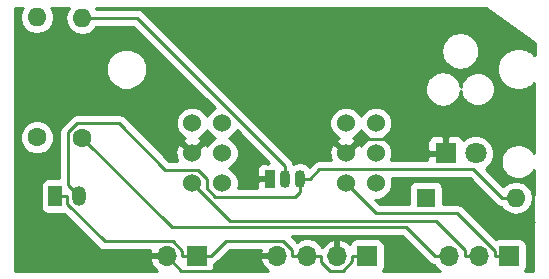
<source format=gtl>
G04 #@! TF.FileFunction,Copper,L1,Top,Signal*
%FSLAX46Y46*%
G04 Gerber Fmt 4.6, Leading zero omitted, Abs format (unit mm)*
G04 Created by KiCad (PCBNEW 4.0.7) date 12/06/17 15:50:57*
%MOMM*%
%LPD*%
G01*
G04 APERTURE LIST*
%ADD10C,0.127000*%
%ADD11R,1.800000X1.800000*%
%ADD12C,1.800000*%
%ADD13R,1.600000X1.600000*%
%ADD14O,1.600000X1.600000*%
%ADD15R,1.700000X1.700000*%
%ADD16O,1.700000X1.700000*%
%ADD17R,1.200000X1.700000*%
%ADD18O,1.200000X1.700000*%
%ADD19O,0.900000X1.500000*%
%ADD20R,0.900000X1.500000*%
%ADD21C,1.600000*%
%ADD22C,1.524000*%
%ADD23C,0.254000*%
G04 APERTURE END LIST*
D10*
D11*
X171018000Y-95478600D03*
D12*
X173558000Y-95478600D03*
D13*
X169342000Y-99237800D03*
D14*
X176962000Y-99237800D03*
D15*
X149936000Y-104165000D03*
D16*
X147396000Y-104165000D03*
D15*
X164363000Y-104165000D03*
D16*
X161823000Y-104165000D03*
X159283000Y-104165000D03*
X156743000Y-104165000D03*
D15*
X176403000Y-104165000D03*
D16*
X173863000Y-104165000D03*
X171323000Y-104165000D03*
D17*
X137973000Y-99098100D03*
D18*
X139973000Y-99098100D03*
D19*
X157404000Y-97637600D03*
X158674000Y-97637600D03*
D20*
X156134000Y-97637600D03*
D21*
X136423000Y-94107000D03*
D14*
X136423000Y-83947000D03*
D21*
X140259000Y-94157800D03*
D14*
X140259000Y-83997800D03*
D22*
X165125000Y-92913200D03*
X165125000Y-95453200D03*
X165125000Y-97993200D03*
X162585000Y-92913200D03*
X162585000Y-95453200D03*
X162585000Y-97993200D03*
X152095000Y-92913200D03*
X152095000Y-95453200D03*
X152095000Y-97993200D03*
X149555000Y-92913200D03*
X149555000Y-95453200D03*
X149555000Y-97993200D03*
D23*
X154280300Y-105396400D02*
X155511700Y-104165000D01*
X148627400Y-105396400D02*
X154280300Y-105396400D01*
X147396000Y-104165000D02*
X148627400Y-105396400D01*
X156743000Y-104165000D02*
X155511700Y-104165000D01*
X168520700Y-94262600D02*
X169736700Y-95478600D01*
X163775600Y-94262600D02*
X168520700Y-94262600D01*
X162585000Y-95453200D02*
X163775600Y-94262600D01*
X171018000Y-95478600D02*
X169736700Y-95478600D01*
X148704700Y-103703200D02*
X148704700Y-104165000D01*
X147935200Y-102933700D02*
X148704700Y-103703200D01*
X142145900Y-102933700D02*
X147935200Y-102933700D01*
X138954300Y-99742100D02*
X142145900Y-102933700D01*
X138954300Y-99098100D02*
X138954300Y-99742100D01*
X137973000Y-99098100D02*
X138954300Y-99098100D01*
X160514300Y-104675200D02*
X160514300Y-104165000D01*
X161241500Y-105402400D02*
X160514300Y-104675200D01*
X162356000Y-105402400D02*
X161241500Y-105402400D01*
X163131700Y-104626700D02*
X162356000Y-105402400D01*
X163131700Y-104165000D02*
X163131700Y-104626700D01*
X164363000Y-104165000D02*
X163131700Y-104165000D01*
X159283000Y-104165000D02*
X160514300Y-104165000D01*
X149320400Y-104165000D02*
X148704700Y-104165000D01*
X149320400Y-104165000D02*
X149936000Y-104165000D01*
X158051700Y-103654800D02*
X158051700Y-104165000D01*
X157286600Y-102889700D02*
X158051700Y-103654800D01*
X152442600Y-102889700D02*
X157286600Y-102889700D01*
X151167300Y-104165000D02*
X152442600Y-102889700D01*
X149936000Y-104165000D02*
X151167300Y-104165000D01*
X159283000Y-104165000D02*
X158051700Y-104165000D01*
X173376700Y-96833800D02*
X175780700Y-99237800D01*
X160309100Y-96833800D02*
X173376700Y-96833800D01*
X159505300Y-97637600D02*
X160309100Y-96833800D01*
X158674000Y-97637600D02*
X159505300Y-97637600D01*
X176962000Y-99237800D02*
X175780700Y-99237800D01*
X158305000Y-99137900D02*
X158674000Y-98768900D01*
X151536300Y-99137900D02*
X158305000Y-99137900D01*
X150825000Y-98426600D02*
X151536300Y-99137900D01*
X150825000Y-97646400D02*
X150825000Y-98426600D01*
X150028400Y-96849800D02*
X150825000Y-97646400D01*
X147306700Y-96849800D02*
X150028400Y-96849800D01*
X143394200Y-92937300D02*
X147306700Y-96849800D01*
X139805100Y-92937300D02*
X143394200Y-92937300D01*
X139061600Y-93680800D02*
X139805100Y-92937300D01*
X139061600Y-98186700D02*
X139061600Y-93680800D01*
X139973000Y-99098100D02*
X139061600Y-98186700D01*
X158674000Y-97637600D02*
X158674000Y-98768900D01*
X175171700Y-103703300D02*
X175171700Y-104165000D01*
X172003300Y-100534900D02*
X175171700Y-103703300D01*
X165126700Y-100534900D02*
X172003300Y-100534900D01*
X162585000Y-97993200D02*
X165126700Y-100534900D01*
X176403000Y-104165000D02*
X175171700Y-104165000D01*
X173863000Y-104165000D02*
X172631700Y-104165000D01*
X172631700Y-103654800D02*
X172631700Y-104165000D01*
X170221200Y-101244300D02*
X172631700Y-103654800D01*
X152806100Y-101244300D02*
X170221200Y-101244300D01*
X149555000Y-97993200D02*
X152806100Y-101244300D01*
X171323000Y-104165000D02*
X170091700Y-104165000D01*
X167679300Y-101752600D02*
X170091700Y-104165000D01*
X147853800Y-101752600D02*
X167679300Y-101752600D01*
X140259000Y-94157800D02*
X147853800Y-101752600D01*
X144895500Y-83997800D02*
X157404000Y-96506300D01*
X140259000Y-83997800D02*
X144895500Y-83997800D01*
X157404000Y-97637600D02*
X157404000Y-96506300D01*
G36*
X135097233Y-83369736D02*
X134988000Y-83918887D01*
X134988000Y-83975113D01*
X135097233Y-84524264D01*
X135408302Y-84989811D01*
X135873849Y-85300880D01*
X136423000Y-85410113D01*
X136972151Y-85300880D01*
X137437698Y-84989811D01*
X137748767Y-84524264D01*
X137858000Y-83975113D01*
X137858000Y-83918887D01*
X137748767Y-83369736D01*
X137594073Y-83138220D01*
X139121871Y-83138220D01*
X138933233Y-83420536D01*
X138824000Y-83969687D01*
X138824000Y-84025913D01*
X138933233Y-84575064D01*
X139244302Y-85040611D01*
X139709849Y-85351680D01*
X140259000Y-85460913D01*
X140808151Y-85351680D01*
X141273698Y-85040611D01*
X141461330Y-84759800D01*
X144579870Y-84759800D01*
X151477046Y-91656977D01*
X151304697Y-91728190D01*
X150911371Y-92120830D01*
X150825051Y-92328712D01*
X150740010Y-92122897D01*
X150347370Y-91729571D01*
X149834100Y-91516443D01*
X149278339Y-91515958D01*
X148764697Y-91728190D01*
X148371371Y-92120830D01*
X148158243Y-92634100D01*
X148157758Y-93189861D01*
X148369990Y-93703503D01*
X148762630Y-94096829D01*
X148954727Y-94176595D01*
X148823857Y-94230803D01*
X148754392Y-94472987D01*
X149555000Y-95273595D01*
X150355608Y-94472987D01*
X150286143Y-94230803D01*
X150145682Y-94180691D01*
X150345303Y-94098210D01*
X150738629Y-93705570D01*
X150824949Y-93497688D01*
X150909990Y-93703503D01*
X151302630Y-94096829D01*
X151510512Y-94183149D01*
X151304697Y-94268190D01*
X150911371Y-94660830D01*
X150831605Y-94852927D01*
X150777397Y-94722057D01*
X150535213Y-94652592D01*
X149734605Y-95453200D01*
X149748748Y-95467343D01*
X149569143Y-95646948D01*
X149555000Y-95632805D01*
X149540858Y-95646948D01*
X149361253Y-95467343D01*
X149375395Y-95453200D01*
X148574787Y-94652592D01*
X148332603Y-94722057D01*
X148145856Y-95245502D01*
X148173638Y-95800568D01*
X148292614Y-96087800D01*
X147622331Y-96087800D01*
X143933015Y-92398485D01*
X143933014Y-92398484D01*
X143685805Y-92233304D01*
X143394200Y-92175300D01*
X139805100Y-92175300D01*
X139513495Y-92233304D01*
X139414477Y-92299466D01*
X139266285Y-92398484D01*
X138522785Y-93141985D01*
X138357604Y-93389195D01*
X138299600Y-93680800D01*
X138299600Y-97600660D01*
X137373000Y-97600660D01*
X137137683Y-97644938D01*
X136921559Y-97784010D01*
X136776569Y-97996210D01*
X136725560Y-98248100D01*
X136725560Y-99948100D01*
X136769838Y-100183417D01*
X136908910Y-100399541D01*
X137121110Y-100544531D01*
X137373000Y-100595540D01*
X138573000Y-100595540D01*
X138705229Y-100570659D01*
X141607085Y-103472515D01*
X141854295Y-103637696D01*
X142145900Y-103695700D01*
X146007304Y-103695700D01*
X145954514Y-103808108D01*
X146075181Y-104038000D01*
X147269000Y-104038000D01*
X147269000Y-104018000D01*
X147523000Y-104018000D01*
X147523000Y-104038000D01*
X147543000Y-104038000D01*
X147543000Y-104292000D01*
X147523000Y-104292000D01*
X147523000Y-104312000D01*
X147269000Y-104312000D01*
X147269000Y-104292000D01*
X146075181Y-104292000D01*
X145954514Y-104521892D01*
X146200817Y-105046358D01*
X146613775Y-105422701D01*
X134530099Y-105422701D01*
X134530099Y-94391187D01*
X134987752Y-94391187D01*
X135205757Y-94918800D01*
X135609077Y-95322824D01*
X136136309Y-95541750D01*
X136707187Y-95542248D01*
X137234800Y-95324243D01*
X137638824Y-94920923D01*
X137857750Y-94393691D01*
X137858248Y-93822813D01*
X137640243Y-93295200D01*
X137236923Y-92891176D01*
X136709691Y-92672250D01*
X136138813Y-92671752D01*
X135611200Y-92889757D01*
X135207176Y-93293077D01*
X134988250Y-93820309D01*
X134987752Y-94391187D01*
X134530099Y-94391187D01*
X134530099Y-88684799D01*
X142257699Y-88684799D01*
X142521281Y-89322715D01*
X143008918Y-89811204D01*
X143646373Y-90075899D01*
X144336599Y-90076501D01*
X144974515Y-89812919D01*
X145463004Y-89325282D01*
X145727699Y-88687827D01*
X145728301Y-87997601D01*
X145464719Y-87359685D01*
X144977082Y-86871196D01*
X144339627Y-86606501D01*
X143649401Y-86605899D01*
X143011485Y-86869481D01*
X142522996Y-87357118D01*
X142258301Y-87994573D01*
X142257699Y-88684799D01*
X134530099Y-88684799D01*
X134530099Y-83138220D01*
X135251927Y-83138220D01*
X135097233Y-83369736D01*
X135097233Y-83369736D01*
G37*
X135097233Y-83369736D02*
X134988000Y-83918887D01*
X134988000Y-83975113D01*
X135097233Y-84524264D01*
X135408302Y-84989811D01*
X135873849Y-85300880D01*
X136423000Y-85410113D01*
X136972151Y-85300880D01*
X137437698Y-84989811D01*
X137748767Y-84524264D01*
X137858000Y-83975113D01*
X137858000Y-83918887D01*
X137748767Y-83369736D01*
X137594073Y-83138220D01*
X139121871Y-83138220D01*
X138933233Y-83420536D01*
X138824000Y-83969687D01*
X138824000Y-84025913D01*
X138933233Y-84575064D01*
X139244302Y-85040611D01*
X139709849Y-85351680D01*
X140259000Y-85460913D01*
X140808151Y-85351680D01*
X141273698Y-85040611D01*
X141461330Y-84759800D01*
X144579870Y-84759800D01*
X151477046Y-91656977D01*
X151304697Y-91728190D01*
X150911371Y-92120830D01*
X150825051Y-92328712D01*
X150740010Y-92122897D01*
X150347370Y-91729571D01*
X149834100Y-91516443D01*
X149278339Y-91515958D01*
X148764697Y-91728190D01*
X148371371Y-92120830D01*
X148158243Y-92634100D01*
X148157758Y-93189861D01*
X148369990Y-93703503D01*
X148762630Y-94096829D01*
X148954727Y-94176595D01*
X148823857Y-94230803D01*
X148754392Y-94472987D01*
X149555000Y-95273595D01*
X150355608Y-94472987D01*
X150286143Y-94230803D01*
X150145682Y-94180691D01*
X150345303Y-94098210D01*
X150738629Y-93705570D01*
X150824949Y-93497688D01*
X150909990Y-93703503D01*
X151302630Y-94096829D01*
X151510512Y-94183149D01*
X151304697Y-94268190D01*
X150911371Y-94660830D01*
X150831605Y-94852927D01*
X150777397Y-94722057D01*
X150535213Y-94652592D01*
X149734605Y-95453200D01*
X149748748Y-95467343D01*
X149569143Y-95646948D01*
X149555000Y-95632805D01*
X149540858Y-95646948D01*
X149361253Y-95467343D01*
X149375395Y-95453200D01*
X148574787Y-94652592D01*
X148332603Y-94722057D01*
X148145856Y-95245502D01*
X148173638Y-95800568D01*
X148292614Y-96087800D01*
X147622331Y-96087800D01*
X143933015Y-92398485D01*
X143933014Y-92398484D01*
X143685805Y-92233304D01*
X143394200Y-92175300D01*
X139805100Y-92175300D01*
X139513495Y-92233304D01*
X139414477Y-92299466D01*
X139266285Y-92398484D01*
X138522785Y-93141985D01*
X138357604Y-93389195D01*
X138299600Y-93680800D01*
X138299600Y-97600660D01*
X137373000Y-97600660D01*
X137137683Y-97644938D01*
X136921559Y-97784010D01*
X136776569Y-97996210D01*
X136725560Y-98248100D01*
X136725560Y-99948100D01*
X136769838Y-100183417D01*
X136908910Y-100399541D01*
X137121110Y-100544531D01*
X137373000Y-100595540D01*
X138573000Y-100595540D01*
X138705229Y-100570659D01*
X141607085Y-103472515D01*
X141854295Y-103637696D01*
X142145900Y-103695700D01*
X146007304Y-103695700D01*
X145954514Y-103808108D01*
X146075181Y-104038000D01*
X147269000Y-104038000D01*
X147269000Y-104018000D01*
X147523000Y-104018000D01*
X147523000Y-104038000D01*
X147543000Y-104038000D01*
X147543000Y-104292000D01*
X147523000Y-104292000D01*
X147523000Y-104312000D01*
X147269000Y-104312000D01*
X147269000Y-104292000D01*
X146075181Y-104292000D01*
X145954514Y-104521892D01*
X146200817Y-105046358D01*
X146613775Y-105422701D01*
X134530099Y-105422701D01*
X134530099Y-94391187D01*
X134987752Y-94391187D01*
X135205757Y-94918800D01*
X135609077Y-95322824D01*
X136136309Y-95541750D01*
X136707187Y-95542248D01*
X137234800Y-95324243D01*
X137638824Y-94920923D01*
X137857750Y-94393691D01*
X137858248Y-93822813D01*
X137640243Y-93295200D01*
X137236923Y-92891176D01*
X136709691Y-92672250D01*
X136138813Y-92671752D01*
X135611200Y-92889757D01*
X135207176Y-93293077D01*
X134988250Y-93820309D01*
X134987752Y-94391187D01*
X134530099Y-94391187D01*
X134530099Y-88684799D01*
X142257699Y-88684799D01*
X142521281Y-89322715D01*
X143008918Y-89811204D01*
X143646373Y-90075899D01*
X144336599Y-90076501D01*
X144974515Y-89812919D01*
X145463004Y-89325282D01*
X145727699Y-88687827D01*
X145728301Y-87997601D01*
X145464719Y-87359685D01*
X144977082Y-86871196D01*
X144339627Y-86606501D01*
X143649401Y-86605899D01*
X143011485Y-86869481D01*
X142522996Y-87357118D01*
X142258301Y-87994573D01*
X142257699Y-88684799D01*
X134530099Y-88684799D01*
X134530099Y-83138220D01*
X135251927Y-83138220D01*
X135097233Y-83369736D01*
G36*
X178562626Y-86159794D02*
X178556083Y-87174901D01*
X178529214Y-87139588D01*
X178460765Y-87079066D01*
X178400803Y-87010129D01*
X178173698Y-86834393D01*
X178091918Y-86793649D01*
X178016153Y-86742578D01*
X177751304Y-86631610D01*
X177661761Y-86613420D01*
X177575363Y-86583700D01*
X177290816Y-86545062D01*
X177273331Y-86546137D01*
X177265416Y-86545062D01*
X177187712Y-86549838D01*
X177108474Y-86544321D01*
X177099504Y-86545465D01*
X177083074Y-86544321D01*
X176798224Y-86580645D01*
X176711585Y-86609663D01*
X176621903Y-86627123D01*
X176356159Y-86735934D01*
X176279985Y-86786385D01*
X176197873Y-86826464D01*
X175969347Y-87000347D01*
X175908824Y-87068797D01*
X175839887Y-87128759D01*
X175664152Y-87355864D01*
X175623408Y-87437645D01*
X175572338Y-87513408D01*
X175461370Y-87778257D01*
X175443181Y-87867795D01*
X175413460Y-87954195D01*
X175374821Y-88238741D01*
X175380426Y-88329940D01*
X175374080Y-88421086D01*
X175410404Y-88705937D01*
X175439422Y-88792578D01*
X175456882Y-88882258D01*
X175565693Y-89148002D01*
X175616144Y-89224177D01*
X175656223Y-89306288D01*
X175830106Y-89534814D01*
X175898555Y-89595336D01*
X175958518Y-89664274D01*
X176185624Y-89840010D01*
X176267404Y-89880753D01*
X176343166Y-89931823D01*
X176608016Y-90042791D01*
X176697554Y-90060980D01*
X176783954Y-90090701D01*
X177068500Y-90129340D01*
X177085986Y-90128265D01*
X177093900Y-90129340D01*
X177171607Y-90124564D01*
X177250845Y-90130081D01*
X177259816Y-90128937D01*
X177276245Y-90130081D01*
X177561096Y-90093757D01*
X177647737Y-90064739D01*
X177737417Y-90047279D01*
X178003161Y-89938468D01*
X178079336Y-89888017D01*
X178161447Y-89847938D01*
X178389973Y-89674055D01*
X178450495Y-89605606D01*
X178519433Y-89545643D01*
X178540983Y-89517794D01*
X178502674Y-95461586D01*
X178479749Y-95427277D01*
X178439338Y-95345332D01*
X178312203Y-95179646D01*
X178243508Y-95119402D01*
X178183266Y-95050709D01*
X178017581Y-94923573D01*
X177935629Y-94883159D01*
X177859663Y-94832400D01*
X177666718Y-94752480D01*
X177577106Y-94734655D01*
X177490587Y-94705286D01*
X177283532Y-94678027D01*
X177266574Y-94679138D01*
X177258132Y-94678027D01*
X177179660Y-94683170D01*
X177101189Y-94678027D01*
X177092747Y-94679138D01*
X177075789Y-94678027D01*
X176868733Y-94705286D01*
X176782214Y-94734655D01*
X176692602Y-94752480D01*
X176499657Y-94832400D01*
X176423689Y-94883160D01*
X176341741Y-94923572D01*
X176176055Y-95050707D01*
X176115809Y-95119404D01*
X176047115Y-95179648D01*
X175919981Y-95345334D01*
X175879572Y-95427276D01*
X175828811Y-95503245D01*
X175748890Y-95696190D01*
X175731064Y-95785805D01*
X175701695Y-95872324D01*
X175674436Y-96079379D01*
X175680412Y-96170551D01*
X175674436Y-96261723D01*
X175701695Y-96468778D01*
X175731064Y-96555297D01*
X175748890Y-96644912D01*
X175828811Y-96837857D01*
X175879572Y-96913826D01*
X175919982Y-96995770D01*
X176047116Y-97161455D01*
X176115812Y-97221700D01*
X176176055Y-97290394D01*
X176341741Y-97417529D01*
X176423689Y-97457941D01*
X176499657Y-97508701D01*
X176692602Y-97588621D01*
X176782209Y-97606445D01*
X176868730Y-97635815D01*
X177075785Y-97663075D01*
X177092743Y-97661964D01*
X177101185Y-97663075D01*
X177179660Y-97657932D01*
X177258135Y-97663075D01*
X177266577Y-97661964D01*
X177283535Y-97663075D01*
X177490590Y-97635815D01*
X177577111Y-97606445D01*
X177666718Y-97588621D01*
X177859663Y-97508701D01*
X177935629Y-97457942D01*
X178017581Y-97417528D01*
X178183266Y-97290392D01*
X178243506Y-97221701D01*
X178312202Y-97161457D01*
X178439337Y-96995771D01*
X178479748Y-96913826D01*
X178493446Y-96893326D01*
X178464936Y-101316698D01*
X178465369Y-101318949D01*
X178464921Y-101321200D01*
X178464921Y-105422701D01*
X177742970Y-105422701D01*
X177849431Y-105266890D01*
X177900440Y-105015000D01*
X177900440Y-103315000D01*
X177856162Y-103079683D01*
X177717090Y-102863559D01*
X177504890Y-102718569D01*
X177253000Y-102667560D01*
X175553000Y-102667560D01*
X175317683Y-102711838D01*
X175281288Y-102735257D01*
X172542115Y-99996085D01*
X172294905Y-99830904D01*
X172003300Y-99772900D01*
X170789440Y-99772900D01*
X170789440Y-98437800D01*
X170745162Y-98202483D01*
X170606090Y-97986359D01*
X170393890Y-97841369D01*
X170142000Y-97790360D01*
X168542000Y-97790360D01*
X168306683Y-97834638D01*
X168090559Y-97973710D01*
X167945569Y-98185910D01*
X167894560Y-98437800D01*
X167894560Y-99772900D01*
X165442331Y-99772900D01*
X165059574Y-99390143D01*
X165401661Y-99390442D01*
X165915303Y-99178210D01*
X166308629Y-98785570D01*
X166521757Y-98272300D01*
X166522242Y-97716539D01*
X166472354Y-97595800D01*
X173061070Y-97595800D01*
X175241884Y-99776615D01*
X175426392Y-99899899D01*
X175489095Y-99941796D01*
X175745688Y-99992836D01*
X175919189Y-100252498D01*
X176384736Y-100563567D01*
X176933887Y-100672800D01*
X176990113Y-100672800D01*
X177539264Y-100563567D01*
X178004811Y-100252498D01*
X178315880Y-99786951D01*
X178425113Y-99237800D01*
X178315880Y-98688649D01*
X178004811Y-98223102D01*
X177539264Y-97912033D01*
X176990113Y-97802800D01*
X176933887Y-97802800D01*
X176384736Y-97912033D01*
X175919189Y-98223102D01*
X175888925Y-98268395D01*
X174408558Y-96788028D01*
X174426371Y-96780668D01*
X174858551Y-96349243D01*
X175092733Y-95785270D01*
X175093265Y-95174609D01*
X174860068Y-94610229D01*
X174428643Y-94178049D01*
X173864670Y-93943867D01*
X173254009Y-93943335D01*
X172689629Y-94176532D01*
X172512159Y-94353692D01*
X172456327Y-94218901D01*
X172277698Y-94040273D01*
X172044309Y-93943600D01*
X171303750Y-93943600D01*
X171145000Y-94102350D01*
X171145000Y-95351600D01*
X171165000Y-95351600D01*
X171165000Y-95605600D01*
X171145000Y-95605600D01*
X171145000Y-95625600D01*
X170891000Y-95625600D01*
X170891000Y-95605600D01*
X169641750Y-95605600D01*
X169483000Y-95764350D01*
X169483000Y-96071800D01*
X166380784Y-96071800D01*
X166521757Y-95732300D01*
X166522242Y-95176539D01*
X166310010Y-94662897D01*
X166099771Y-94452290D01*
X169483000Y-94452290D01*
X169483000Y-95192850D01*
X169641750Y-95351600D01*
X170891000Y-95351600D01*
X170891000Y-94102350D01*
X170732250Y-93943600D01*
X169991691Y-93943600D01*
X169758302Y-94040273D01*
X169579673Y-94218901D01*
X169483000Y-94452290D01*
X166099771Y-94452290D01*
X165917370Y-94269571D01*
X165709488Y-94183251D01*
X165915303Y-94098210D01*
X166308629Y-93705570D01*
X166521757Y-93192300D01*
X166522242Y-92636539D01*
X166310010Y-92122897D01*
X165917370Y-91729571D01*
X165404100Y-91516443D01*
X164848339Y-91515958D01*
X164334697Y-91728190D01*
X163941371Y-92120830D01*
X163855051Y-92328712D01*
X163770010Y-92122897D01*
X163377370Y-91729571D01*
X162864100Y-91516443D01*
X162308339Y-91515958D01*
X161794697Y-91728190D01*
X161401371Y-92120830D01*
X161188243Y-92634100D01*
X161187758Y-93189861D01*
X161399990Y-93703503D01*
X161792630Y-94096829D01*
X161984727Y-94176595D01*
X161853857Y-94230803D01*
X161784392Y-94472987D01*
X162585000Y-95273595D01*
X163385608Y-94472987D01*
X163316143Y-94230803D01*
X163175682Y-94180691D01*
X163375303Y-94098210D01*
X163768629Y-93705570D01*
X163854949Y-93497688D01*
X163939990Y-93703503D01*
X164332630Y-94096829D01*
X164540512Y-94183149D01*
X164334697Y-94268190D01*
X163941371Y-94660830D01*
X163861605Y-94852927D01*
X163807397Y-94722057D01*
X163565213Y-94652592D01*
X162764605Y-95453200D01*
X162778748Y-95467343D01*
X162599143Y-95646948D01*
X162585000Y-95632805D01*
X162570858Y-95646948D01*
X162391253Y-95467343D01*
X162405395Y-95453200D01*
X161604787Y-94652592D01*
X161362603Y-94722057D01*
X161175856Y-95245502D01*
X161203638Y-95800568D01*
X161315986Y-96071800D01*
X160309100Y-96071800D01*
X160017495Y-96129804D01*
X159818404Y-96262833D01*
X159770285Y-96294985D01*
X159473577Y-96591693D01*
X159441211Y-96543255D01*
X159089212Y-96308057D01*
X158674000Y-96225466D01*
X158258788Y-96308057D01*
X158142079Y-96386040D01*
X158107996Y-96214695D01*
X158083495Y-96178027D01*
X157942815Y-95967484D01*
X151920313Y-89944982D01*
X169284338Y-89944982D01*
X169290739Y-90036124D01*
X169285189Y-90127325D01*
X169313415Y-90334250D01*
X169343188Y-90420630D01*
X169361431Y-90510159D01*
X169442251Y-90702728D01*
X169493367Y-90778460D01*
X169534160Y-90860216D01*
X169662067Y-91025307D01*
X169731045Y-91085231D01*
X169791605Y-91153640D01*
X169957882Y-91280000D01*
X170040017Y-91320029D01*
X170116221Y-91370434D01*
X170309536Y-91449453D01*
X170399233Y-91466860D01*
X170485889Y-91495825D01*
X170693069Y-91522118D01*
X170709420Y-91520970D01*
X170718469Y-91522118D01*
X170797825Y-91516544D01*
X170875412Y-91521266D01*
X170883248Y-91520197D01*
X170900812Y-91521266D01*
X171107737Y-91493040D01*
X171194119Y-91463267D01*
X171283645Y-91445024D01*
X171476215Y-91364204D01*
X171551946Y-91313089D01*
X171633704Y-91272295D01*
X171798795Y-91144388D01*
X171858719Y-91075410D01*
X171927128Y-91014850D01*
X172053488Y-90848573D01*
X172093516Y-90766441D01*
X172143924Y-90690231D01*
X172222942Y-90496915D01*
X172240349Y-90407217D01*
X172269312Y-90320566D01*
X172287150Y-90180011D01*
X172300768Y-90283453D01*
X172300752Y-90301787D01*
X172304318Y-90310417D01*
X172305160Y-90316814D01*
X172334529Y-90403334D01*
X172352355Y-90492949D01*
X172428186Y-90676020D01*
X172478946Y-90751988D01*
X172519357Y-90833933D01*
X172639986Y-90991140D01*
X172708681Y-91051384D01*
X172768925Y-91120079D01*
X172926132Y-91240708D01*
X173008077Y-91281119D01*
X173084045Y-91331879D01*
X173267116Y-91407710D01*
X173356732Y-91425536D01*
X173443251Y-91454905D01*
X173639709Y-91480769D01*
X173656667Y-91479658D01*
X173665109Y-91480769D01*
X173743581Y-91475626D01*
X173822052Y-91480769D01*
X173830494Y-91479658D01*
X173847452Y-91480769D01*
X174043912Y-91454905D01*
X174130432Y-91425536D01*
X174220047Y-91407710D01*
X174403118Y-91331879D01*
X174479088Y-91281117D01*
X174561033Y-91240706D01*
X174718239Y-91120077D01*
X174778481Y-91051384D01*
X174847176Y-90991140D01*
X174967805Y-90833933D01*
X175008216Y-90751988D01*
X175058976Y-90676020D01*
X175134807Y-90492949D01*
X175152633Y-90403333D01*
X175182002Y-90316814D01*
X175207866Y-90120356D01*
X175201890Y-90029184D01*
X175207866Y-89938013D01*
X175182002Y-89741553D01*
X175152633Y-89655033D01*
X175134807Y-89565418D01*
X175058976Y-89382347D01*
X175008214Y-89306377D01*
X174967803Y-89224432D01*
X174847174Y-89067226D01*
X174778481Y-89006984D01*
X174718239Y-88938291D01*
X174581324Y-88833232D01*
X174549923Y-88801776D01*
X174459763Y-88764338D01*
X174403118Y-88726489D01*
X174220047Y-88650658D01*
X174154675Y-88637654D01*
X174022691Y-88582850D01*
X173886435Y-88582731D01*
X173847452Y-88577599D01*
X173830494Y-88578710D01*
X173822052Y-88577599D01*
X173745625Y-88582608D01*
X173741481Y-88582605D01*
X173665109Y-88577599D01*
X173656667Y-88578710D01*
X173639709Y-88577599D01*
X173602607Y-88582484D01*
X173451813Y-88582352D01*
X173304494Y-88643223D01*
X173267116Y-88650658D01*
X173084045Y-88726489D01*
X173053371Y-88746985D01*
X172924200Y-88800357D01*
X172842854Y-88881562D01*
X172768925Y-88938289D01*
X172708681Y-89006984D01*
X172639988Y-89067226D01*
X172584742Y-89139223D01*
X172520176Y-89203677D01*
X172475206Y-89311977D01*
X172428186Y-89382347D01*
X172352355Y-89565418D01*
X172336159Y-89646838D01*
X172301250Y-89730909D01*
X172301215Y-89771522D01*
X172287354Y-89876804D01*
X172266528Y-89724121D01*
X172236755Y-89637739D01*
X172218511Y-89548208D01*
X172137690Y-89355637D01*
X172086574Y-89279905D01*
X172045782Y-89198151D01*
X171917875Y-89033061D01*
X171848904Y-88973142D01*
X171788338Y-88904727D01*
X171622060Y-88778367D01*
X171539930Y-88738340D01*
X171463719Y-88687931D01*
X171270402Y-88608913D01*
X171180706Y-88591507D01*
X171094054Y-88562543D01*
X170886873Y-88536251D01*
X170870522Y-88537399D01*
X170861473Y-88536251D01*
X170782122Y-88541824D01*
X170704534Y-88537102D01*
X170696698Y-88538171D01*
X170679134Y-88537102D01*
X170472208Y-88565327D01*
X170385826Y-88595100D01*
X170296293Y-88613344D01*
X170103724Y-88694165D01*
X170027992Y-88745281D01*
X169946239Y-88786073D01*
X169781149Y-88913980D01*
X169721230Y-88982951D01*
X169652815Y-89043517D01*
X169526455Y-89209795D01*
X169486427Y-89291927D01*
X169436020Y-89368134D01*
X169357002Y-89561450D01*
X169339596Y-89651144D01*
X169310630Y-89737801D01*
X169284338Y-89944982D01*
X151920313Y-89944982D01*
X148707188Y-86731857D01*
X170655046Y-86731857D01*
X170662060Y-86822955D01*
X170657122Y-86914186D01*
X170690438Y-87146759D01*
X170720792Y-87232943D01*
X170739636Y-87322345D01*
X170832011Y-87538370D01*
X170883632Y-87613753D01*
X170924974Y-87695235D01*
X171070113Y-87879991D01*
X171139492Y-87939452D01*
X171200513Y-88007455D01*
X171388526Y-88148349D01*
X171470925Y-88187824D01*
X171547466Y-88237716D01*
X171765538Y-88325150D01*
X171855347Y-88341954D01*
X171942197Y-88370337D01*
X172175468Y-88398350D01*
X172190946Y-88397158D01*
X172200868Y-88398350D01*
X172281484Y-88392144D01*
X172357803Y-88396274D01*
X172364767Y-88395276D01*
X172383203Y-88396274D01*
X172615775Y-88362957D01*
X172701953Y-88332605D01*
X172791359Y-88313760D01*
X173007384Y-88221385D01*
X173082770Y-88169763D01*
X173164249Y-88128422D01*
X173349005Y-87983283D01*
X173408466Y-87913904D01*
X173476466Y-87852886D01*
X173617362Y-87664874D01*
X173656837Y-87582475D01*
X173706733Y-87505928D01*
X173794166Y-87287854D01*
X173810969Y-87198045D01*
X173839351Y-87111199D01*
X173867364Y-86877928D01*
X173860351Y-86786827D01*
X173865288Y-86695593D01*
X173831971Y-86463020D01*
X173801620Y-86376845D01*
X173782776Y-86287440D01*
X173690401Y-86071415D01*
X173638775Y-85996022D01*
X173597435Y-85914546D01*
X173452295Y-85729789D01*
X173382917Y-85670330D01*
X173321898Y-85602329D01*
X173133886Y-85461433D01*
X173051486Y-85421958D01*
X172974944Y-85372065D01*
X172756871Y-85284631D01*
X172667060Y-85267827D01*
X172580213Y-85239445D01*
X172346942Y-85211432D01*
X172331464Y-85212624D01*
X172321542Y-85211432D01*
X172240926Y-85217638D01*
X172164607Y-85213508D01*
X172157643Y-85214506D01*
X172139207Y-85213508D01*
X171906634Y-85246825D01*
X171820455Y-85277178D01*
X171731051Y-85296022D01*
X171515026Y-85388398D01*
X171439644Y-85440017D01*
X171358161Y-85481360D01*
X171173405Y-85626499D01*
X171113944Y-85695879D01*
X171045941Y-85756900D01*
X170905046Y-85944912D01*
X170865570Y-86027314D01*
X170815680Y-86103852D01*
X170728246Y-86321924D01*
X170711442Y-86411732D01*
X170683058Y-86498586D01*
X170655046Y-86731857D01*
X148707188Y-86731857D01*
X145434315Y-83458985D01*
X145376772Y-83420536D01*
X145187105Y-83293804D01*
X144895500Y-83235800D01*
X141461330Y-83235800D01*
X141396129Y-83138220D01*
X174412655Y-83138220D01*
X178562626Y-86159794D01*
X178562626Y-86159794D01*
G37*
X178562626Y-86159794D02*
X178556083Y-87174901D01*
X178529214Y-87139588D01*
X178460765Y-87079066D01*
X178400803Y-87010129D01*
X178173698Y-86834393D01*
X178091918Y-86793649D01*
X178016153Y-86742578D01*
X177751304Y-86631610D01*
X177661761Y-86613420D01*
X177575363Y-86583700D01*
X177290816Y-86545062D01*
X177273331Y-86546137D01*
X177265416Y-86545062D01*
X177187712Y-86549838D01*
X177108474Y-86544321D01*
X177099504Y-86545465D01*
X177083074Y-86544321D01*
X176798224Y-86580645D01*
X176711585Y-86609663D01*
X176621903Y-86627123D01*
X176356159Y-86735934D01*
X176279985Y-86786385D01*
X176197873Y-86826464D01*
X175969347Y-87000347D01*
X175908824Y-87068797D01*
X175839887Y-87128759D01*
X175664152Y-87355864D01*
X175623408Y-87437645D01*
X175572338Y-87513408D01*
X175461370Y-87778257D01*
X175443181Y-87867795D01*
X175413460Y-87954195D01*
X175374821Y-88238741D01*
X175380426Y-88329940D01*
X175374080Y-88421086D01*
X175410404Y-88705937D01*
X175439422Y-88792578D01*
X175456882Y-88882258D01*
X175565693Y-89148002D01*
X175616144Y-89224177D01*
X175656223Y-89306288D01*
X175830106Y-89534814D01*
X175898555Y-89595336D01*
X175958518Y-89664274D01*
X176185624Y-89840010D01*
X176267404Y-89880753D01*
X176343166Y-89931823D01*
X176608016Y-90042791D01*
X176697554Y-90060980D01*
X176783954Y-90090701D01*
X177068500Y-90129340D01*
X177085986Y-90128265D01*
X177093900Y-90129340D01*
X177171607Y-90124564D01*
X177250845Y-90130081D01*
X177259816Y-90128937D01*
X177276245Y-90130081D01*
X177561096Y-90093757D01*
X177647737Y-90064739D01*
X177737417Y-90047279D01*
X178003161Y-89938468D01*
X178079336Y-89888017D01*
X178161447Y-89847938D01*
X178389973Y-89674055D01*
X178450495Y-89605606D01*
X178519433Y-89545643D01*
X178540983Y-89517794D01*
X178502674Y-95461586D01*
X178479749Y-95427277D01*
X178439338Y-95345332D01*
X178312203Y-95179646D01*
X178243508Y-95119402D01*
X178183266Y-95050709D01*
X178017581Y-94923573D01*
X177935629Y-94883159D01*
X177859663Y-94832400D01*
X177666718Y-94752480D01*
X177577106Y-94734655D01*
X177490587Y-94705286D01*
X177283532Y-94678027D01*
X177266574Y-94679138D01*
X177258132Y-94678027D01*
X177179660Y-94683170D01*
X177101189Y-94678027D01*
X177092747Y-94679138D01*
X177075789Y-94678027D01*
X176868733Y-94705286D01*
X176782214Y-94734655D01*
X176692602Y-94752480D01*
X176499657Y-94832400D01*
X176423689Y-94883160D01*
X176341741Y-94923572D01*
X176176055Y-95050707D01*
X176115809Y-95119404D01*
X176047115Y-95179648D01*
X175919981Y-95345334D01*
X175879572Y-95427276D01*
X175828811Y-95503245D01*
X175748890Y-95696190D01*
X175731064Y-95785805D01*
X175701695Y-95872324D01*
X175674436Y-96079379D01*
X175680412Y-96170551D01*
X175674436Y-96261723D01*
X175701695Y-96468778D01*
X175731064Y-96555297D01*
X175748890Y-96644912D01*
X175828811Y-96837857D01*
X175879572Y-96913826D01*
X175919982Y-96995770D01*
X176047116Y-97161455D01*
X176115812Y-97221700D01*
X176176055Y-97290394D01*
X176341741Y-97417529D01*
X176423689Y-97457941D01*
X176499657Y-97508701D01*
X176692602Y-97588621D01*
X176782209Y-97606445D01*
X176868730Y-97635815D01*
X177075785Y-97663075D01*
X177092743Y-97661964D01*
X177101185Y-97663075D01*
X177179660Y-97657932D01*
X177258135Y-97663075D01*
X177266577Y-97661964D01*
X177283535Y-97663075D01*
X177490590Y-97635815D01*
X177577111Y-97606445D01*
X177666718Y-97588621D01*
X177859663Y-97508701D01*
X177935629Y-97457942D01*
X178017581Y-97417528D01*
X178183266Y-97290392D01*
X178243506Y-97221701D01*
X178312202Y-97161457D01*
X178439337Y-96995771D01*
X178479748Y-96913826D01*
X178493446Y-96893326D01*
X178464936Y-101316698D01*
X178465369Y-101318949D01*
X178464921Y-101321200D01*
X178464921Y-105422701D01*
X177742970Y-105422701D01*
X177849431Y-105266890D01*
X177900440Y-105015000D01*
X177900440Y-103315000D01*
X177856162Y-103079683D01*
X177717090Y-102863559D01*
X177504890Y-102718569D01*
X177253000Y-102667560D01*
X175553000Y-102667560D01*
X175317683Y-102711838D01*
X175281288Y-102735257D01*
X172542115Y-99996085D01*
X172294905Y-99830904D01*
X172003300Y-99772900D01*
X170789440Y-99772900D01*
X170789440Y-98437800D01*
X170745162Y-98202483D01*
X170606090Y-97986359D01*
X170393890Y-97841369D01*
X170142000Y-97790360D01*
X168542000Y-97790360D01*
X168306683Y-97834638D01*
X168090559Y-97973710D01*
X167945569Y-98185910D01*
X167894560Y-98437800D01*
X167894560Y-99772900D01*
X165442331Y-99772900D01*
X165059574Y-99390143D01*
X165401661Y-99390442D01*
X165915303Y-99178210D01*
X166308629Y-98785570D01*
X166521757Y-98272300D01*
X166522242Y-97716539D01*
X166472354Y-97595800D01*
X173061070Y-97595800D01*
X175241884Y-99776615D01*
X175426392Y-99899899D01*
X175489095Y-99941796D01*
X175745688Y-99992836D01*
X175919189Y-100252498D01*
X176384736Y-100563567D01*
X176933887Y-100672800D01*
X176990113Y-100672800D01*
X177539264Y-100563567D01*
X178004811Y-100252498D01*
X178315880Y-99786951D01*
X178425113Y-99237800D01*
X178315880Y-98688649D01*
X178004811Y-98223102D01*
X177539264Y-97912033D01*
X176990113Y-97802800D01*
X176933887Y-97802800D01*
X176384736Y-97912033D01*
X175919189Y-98223102D01*
X175888925Y-98268395D01*
X174408558Y-96788028D01*
X174426371Y-96780668D01*
X174858551Y-96349243D01*
X175092733Y-95785270D01*
X175093265Y-95174609D01*
X174860068Y-94610229D01*
X174428643Y-94178049D01*
X173864670Y-93943867D01*
X173254009Y-93943335D01*
X172689629Y-94176532D01*
X172512159Y-94353692D01*
X172456327Y-94218901D01*
X172277698Y-94040273D01*
X172044309Y-93943600D01*
X171303750Y-93943600D01*
X171145000Y-94102350D01*
X171145000Y-95351600D01*
X171165000Y-95351600D01*
X171165000Y-95605600D01*
X171145000Y-95605600D01*
X171145000Y-95625600D01*
X170891000Y-95625600D01*
X170891000Y-95605600D01*
X169641750Y-95605600D01*
X169483000Y-95764350D01*
X169483000Y-96071800D01*
X166380784Y-96071800D01*
X166521757Y-95732300D01*
X166522242Y-95176539D01*
X166310010Y-94662897D01*
X166099771Y-94452290D01*
X169483000Y-94452290D01*
X169483000Y-95192850D01*
X169641750Y-95351600D01*
X170891000Y-95351600D01*
X170891000Y-94102350D01*
X170732250Y-93943600D01*
X169991691Y-93943600D01*
X169758302Y-94040273D01*
X169579673Y-94218901D01*
X169483000Y-94452290D01*
X166099771Y-94452290D01*
X165917370Y-94269571D01*
X165709488Y-94183251D01*
X165915303Y-94098210D01*
X166308629Y-93705570D01*
X166521757Y-93192300D01*
X166522242Y-92636539D01*
X166310010Y-92122897D01*
X165917370Y-91729571D01*
X165404100Y-91516443D01*
X164848339Y-91515958D01*
X164334697Y-91728190D01*
X163941371Y-92120830D01*
X163855051Y-92328712D01*
X163770010Y-92122897D01*
X163377370Y-91729571D01*
X162864100Y-91516443D01*
X162308339Y-91515958D01*
X161794697Y-91728190D01*
X161401371Y-92120830D01*
X161188243Y-92634100D01*
X161187758Y-93189861D01*
X161399990Y-93703503D01*
X161792630Y-94096829D01*
X161984727Y-94176595D01*
X161853857Y-94230803D01*
X161784392Y-94472987D01*
X162585000Y-95273595D01*
X163385608Y-94472987D01*
X163316143Y-94230803D01*
X163175682Y-94180691D01*
X163375303Y-94098210D01*
X163768629Y-93705570D01*
X163854949Y-93497688D01*
X163939990Y-93703503D01*
X164332630Y-94096829D01*
X164540512Y-94183149D01*
X164334697Y-94268190D01*
X163941371Y-94660830D01*
X163861605Y-94852927D01*
X163807397Y-94722057D01*
X163565213Y-94652592D01*
X162764605Y-95453200D01*
X162778748Y-95467343D01*
X162599143Y-95646948D01*
X162585000Y-95632805D01*
X162570858Y-95646948D01*
X162391253Y-95467343D01*
X162405395Y-95453200D01*
X161604787Y-94652592D01*
X161362603Y-94722057D01*
X161175856Y-95245502D01*
X161203638Y-95800568D01*
X161315986Y-96071800D01*
X160309100Y-96071800D01*
X160017495Y-96129804D01*
X159818404Y-96262833D01*
X159770285Y-96294985D01*
X159473577Y-96591693D01*
X159441211Y-96543255D01*
X159089212Y-96308057D01*
X158674000Y-96225466D01*
X158258788Y-96308057D01*
X158142079Y-96386040D01*
X158107996Y-96214695D01*
X158083495Y-96178027D01*
X157942815Y-95967484D01*
X151920313Y-89944982D01*
X169284338Y-89944982D01*
X169290739Y-90036124D01*
X169285189Y-90127325D01*
X169313415Y-90334250D01*
X169343188Y-90420630D01*
X169361431Y-90510159D01*
X169442251Y-90702728D01*
X169493367Y-90778460D01*
X169534160Y-90860216D01*
X169662067Y-91025307D01*
X169731045Y-91085231D01*
X169791605Y-91153640D01*
X169957882Y-91280000D01*
X170040017Y-91320029D01*
X170116221Y-91370434D01*
X170309536Y-91449453D01*
X170399233Y-91466860D01*
X170485889Y-91495825D01*
X170693069Y-91522118D01*
X170709420Y-91520970D01*
X170718469Y-91522118D01*
X170797825Y-91516544D01*
X170875412Y-91521266D01*
X170883248Y-91520197D01*
X170900812Y-91521266D01*
X171107737Y-91493040D01*
X171194119Y-91463267D01*
X171283645Y-91445024D01*
X171476215Y-91364204D01*
X171551946Y-91313089D01*
X171633704Y-91272295D01*
X171798795Y-91144388D01*
X171858719Y-91075410D01*
X171927128Y-91014850D01*
X172053488Y-90848573D01*
X172093516Y-90766441D01*
X172143924Y-90690231D01*
X172222942Y-90496915D01*
X172240349Y-90407217D01*
X172269312Y-90320566D01*
X172287150Y-90180011D01*
X172300768Y-90283453D01*
X172300752Y-90301787D01*
X172304318Y-90310417D01*
X172305160Y-90316814D01*
X172334529Y-90403334D01*
X172352355Y-90492949D01*
X172428186Y-90676020D01*
X172478946Y-90751988D01*
X172519357Y-90833933D01*
X172639986Y-90991140D01*
X172708681Y-91051384D01*
X172768925Y-91120079D01*
X172926132Y-91240708D01*
X173008077Y-91281119D01*
X173084045Y-91331879D01*
X173267116Y-91407710D01*
X173356732Y-91425536D01*
X173443251Y-91454905D01*
X173639709Y-91480769D01*
X173656667Y-91479658D01*
X173665109Y-91480769D01*
X173743581Y-91475626D01*
X173822052Y-91480769D01*
X173830494Y-91479658D01*
X173847452Y-91480769D01*
X174043912Y-91454905D01*
X174130432Y-91425536D01*
X174220047Y-91407710D01*
X174403118Y-91331879D01*
X174479088Y-91281117D01*
X174561033Y-91240706D01*
X174718239Y-91120077D01*
X174778481Y-91051384D01*
X174847176Y-90991140D01*
X174967805Y-90833933D01*
X175008216Y-90751988D01*
X175058976Y-90676020D01*
X175134807Y-90492949D01*
X175152633Y-90403333D01*
X175182002Y-90316814D01*
X175207866Y-90120356D01*
X175201890Y-90029184D01*
X175207866Y-89938013D01*
X175182002Y-89741553D01*
X175152633Y-89655033D01*
X175134807Y-89565418D01*
X175058976Y-89382347D01*
X175008214Y-89306377D01*
X174967803Y-89224432D01*
X174847174Y-89067226D01*
X174778481Y-89006984D01*
X174718239Y-88938291D01*
X174581324Y-88833232D01*
X174549923Y-88801776D01*
X174459763Y-88764338D01*
X174403118Y-88726489D01*
X174220047Y-88650658D01*
X174154675Y-88637654D01*
X174022691Y-88582850D01*
X173886435Y-88582731D01*
X173847452Y-88577599D01*
X173830494Y-88578710D01*
X173822052Y-88577599D01*
X173745625Y-88582608D01*
X173741481Y-88582605D01*
X173665109Y-88577599D01*
X173656667Y-88578710D01*
X173639709Y-88577599D01*
X173602607Y-88582484D01*
X173451813Y-88582352D01*
X173304494Y-88643223D01*
X173267116Y-88650658D01*
X173084045Y-88726489D01*
X173053371Y-88746985D01*
X172924200Y-88800357D01*
X172842854Y-88881562D01*
X172768925Y-88938289D01*
X172708681Y-89006984D01*
X172639988Y-89067226D01*
X172584742Y-89139223D01*
X172520176Y-89203677D01*
X172475206Y-89311977D01*
X172428186Y-89382347D01*
X172352355Y-89565418D01*
X172336159Y-89646838D01*
X172301250Y-89730909D01*
X172301215Y-89771522D01*
X172287354Y-89876804D01*
X172266528Y-89724121D01*
X172236755Y-89637739D01*
X172218511Y-89548208D01*
X172137690Y-89355637D01*
X172086574Y-89279905D01*
X172045782Y-89198151D01*
X171917875Y-89033061D01*
X171848904Y-88973142D01*
X171788338Y-88904727D01*
X171622060Y-88778367D01*
X171539930Y-88738340D01*
X171463719Y-88687931D01*
X171270402Y-88608913D01*
X171180706Y-88591507D01*
X171094054Y-88562543D01*
X170886873Y-88536251D01*
X170870522Y-88537399D01*
X170861473Y-88536251D01*
X170782122Y-88541824D01*
X170704534Y-88537102D01*
X170696698Y-88538171D01*
X170679134Y-88537102D01*
X170472208Y-88565327D01*
X170385826Y-88595100D01*
X170296293Y-88613344D01*
X170103724Y-88694165D01*
X170027992Y-88745281D01*
X169946239Y-88786073D01*
X169781149Y-88913980D01*
X169721230Y-88982951D01*
X169652815Y-89043517D01*
X169526455Y-89209795D01*
X169486427Y-89291927D01*
X169436020Y-89368134D01*
X169357002Y-89561450D01*
X169339596Y-89651144D01*
X169310630Y-89737801D01*
X169284338Y-89944982D01*
X151920313Y-89944982D01*
X148707188Y-86731857D01*
X170655046Y-86731857D01*
X170662060Y-86822955D01*
X170657122Y-86914186D01*
X170690438Y-87146759D01*
X170720792Y-87232943D01*
X170739636Y-87322345D01*
X170832011Y-87538370D01*
X170883632Y-87613753D01*
X170924974Y-87695235D01*
X171070113Y-87879991D01*
X171139492Y-87939452D01*
X171200513Y-88007455D01*
X171388526Y-88148349D01*
X171470925Y-88187824D01*
X171547466Y-88237716D01*
X171765538Y-88325150D01*
X171855347Y-88341954D01*
X171942197Y-88370337D01*
X172175468Y-88398350D01*
X172190946Y-88397158D01*
X172200868Y-88398350D01*
X172281484Y-88392144D01*
X172357803Y-88396274D01*
X172364767Y-88395276D01*
X172383203Y-88396274D01*
X172615775Y-88362957D01*
X172701953Y-88332605D01*
X172791359Y-88313760D01*
X173007384Y-88221385D01*
X173082770Y-88169763D01*
X173164249Y-88128422D01*
X173349005Y-87983283D01*
X173408466Y-87913904D01*
X173476466Y-87852886D01*
X173617362Y-87664874D01*
X173656837Y-87582475D01*
X173706733Y-87505928D01*
X173794166Y-87287854D01*
X173810969Y-87198045D01*
X173839351Y-87111199D01*
X173867364Y-86877928D01*
X173860351Y-86786827D01*
X173865288Y-86695593D01*
X173831971Y-86463020D01*
X173801620Y-86376845D01*
X173782776Y-86287440D01*
X173690401Y-86071415D01*
X173638775Y-85996022D01*
X173597435Y-85914546D01*
X173452295Y-85729789D01*
X173382917Y-85670330D01*
X173321898Y-85602329D01*
X173133886Y-85461433D01*
X173051486Y-85421958D01*
X172974944Y-85372065D01*
X172756871Y-85284631D01*
X172667060Y-85267827D01*
X172580213Y-85239445D01*
X172346942Y-85211432D01*
X172331464Y-85212624D01*
X172321542Y-85211432D01*
X172240926Y-85217638D01*
X172164607Y-85213508D01*
X172157643Y-85214506D01*
X172139207Y-85213508D01*
X171906634Y-85246825D01*
X171820455Y-85277178D01*
X171731051Y-85296022D01*
X171515026Y-85388398D01*
X171439644Y-85440017D01*
X171358161Y-85481360D01*
X171173405Y-85626499D01*
X171113944Y-85695879D01*
X171045941Y-85756900D01*
X170905046Y-85944912D01*
X170865570Y-86027314D01*
X170815680Y-86103852D01*
X170728246Y-86321924D01*
X170711442Y-86411732D01*
X170683058Y-86498586D01*
X170655046Y-86731857D01*
X148707188Y-86731857D01*
X145434315Y-83458985D01*
X145376772Y-83420536D01*
X145187105Y-83293804D01*
X144895500Y-83235800D01*
X141461330Y-83235800D01*
X141396129Y-83138220D01*
X174412655Y-83138220D01*
X178562626Y-86159794D01*
G36*
X169552885Y-104703816D02*
X169640530Y-104762378D01*
X169800095Y-104868996D01*
X170056335Y-104919966D01*
X170272946Y-105244147D01*
X170540172Y-105422701D01*
X165702970Y-105422701D01*
X165809431Y-105266890D01*
X165860440Y-105015000D01*
X165860440Y-103315000D01*
X165816162Y-103079683D01*
X165677090Y-102863559D01*
X165464890Y-102718569D01*
X165213000Y-102667560D01*
X163513000Y-102667560D01*
X163277683Y-102711838D01*
X163061559Y-102850910D01*
X162916569Y-103063110D01*
X162894699Y-103171107D01*
X162589924Y-102893355D01*
X162179890Y-102723524D01*
X161950000Y-102844845D01*
X161950000Y-104038000D01*
X161970000Y-104038000D01*
X161970000Y-104292000D01*
X161950000Y-104292000D01*
X161950000Y-104312000D01*
X161696000Y-104312000D01*
X161696000Y-104292000D01*
X161676000Y-104292000D01*
X161676000Y-104038000D01*
X161696000Y-104038000D01*
X161696000Y-102844845D01*
X161466110Y-102723524D01*
X161056076Y-102893355D01*
X160627817Y-103283642D01*
X160566854Y-103413454D01*
X160549665Y-103410034D01*
X160333054Y-103085853D01*
X159851285Y-102763946D01*
X159283000Y-102650907D01*
X158714715Y-102763946D01*
X158429231Y-102954700D01*
X157989130Y-102514600D01*
X167363670Y-102514600D01*
X169552885Y-104703816D01*
X169552885Y-104703816D01*
G37*
X169552885Y-104703816D02*
X169640530Y-104762378D01*
X169800095Y-104868996D01*
X170056335Y-104919966D01*
X170272946Y-105244147D01*
X170540172Y-105422701D01*
X165702970Y-105422701D01*
X165809431Y-105266890D01*
X165860440Y-105015000D01*
X165860440Y-103315000D01*
X165816162Y-103079683D01*
X165677090Y-102863559D01*
X165464890Y-102718569D01*
X165213000Y-102667560D01*
X163513000Y-102667560D01*
X163277683Y-102711838D01*
X163061559Y-102850910D01*
X162916569Y-103063110D01*
X162894699Y-103171107D01*
X162589924Y-102893355D01*
X162179890Y-102723524D01*
X161950000Y-102844845D01*
X161950000Y-104038000D01*
X161970000Y-104038000D01*
X161970000Y-104292000D01*
X161950000Y-104292000D01*
X161950000Y-104312000D01*
X161696000Y-104312000D01*
X161696000Y-104292000D01*
X161676000Y-104292000D01*
X161676000Y-104038000D01*
X161696000Y-104038000D01*
X161696000Y-102844845D01*
X161466110Y-102723524D01*
X161056076Y-102893355D01*
X160627817Y-103283642D01*
X160566854Y-103413454D01*
X160549665Y-103410034D01*
X160333054Y-103085853D01*
X159851285Y-102763946D01*
X159283000Y-102650907D01*
X158714715Y-102763946D01*
X158429231Y-102954700D01*
X157989130Y-102514600D01*
X167363670Y-102514600D01*
X169552885Y-104703816D01*
G36*
X155301514Y-103808108D02*
X155422181Y-104038000D01*
X156616000Y-104038000D01*
X156616000Y-104018000D01*
X156870000Y-104018000D01*
X156870000Y-104038000D01*
X156890000Y-104038000D01*
X156890000Y-104292000D01*
X156870000Y-104292000D01*
X156870000Y-104312000D01*
X156616000Y-104312000D01*
X156616000Y-104292000D01*
X155422181Y-104292000D01*
X155301514Y-104521892D01*
X155547817Y-105046358D01*
X155960775Y-105422701D01*
X151275970Y-105422701D01*
X151382431Y-105266890D01*
X151433440Y-105015000D01*
X151433440Y-104874061D01*
X151458905Y-104868996D01*
X151706115Y-104703815D01*
X152758231Y-103651700D01*
X155374967Y-103651700D01*
X155301514Y-103808108D01*
X155301514Y-103808108D01*
G37*
X155301514Y-103808108D02*
X155422181Y-104038000D01*
X156616000Y-104038000D01*
X156616000Y-104018000D01*
X156870000Y-104018000D01*
X156870000Y-104038000D01*
X156890000Y-104038000D01*
X156890000Y-104292000D01*
X156870000Y-104292000D01*
X156870000Y-104312000D01*
X156616000Y-104312000D01*
X156616000Y-104292000D01*
X155422181Y-104292000D01*
X155301514Y-104521892D01*
X155547817Y-105046358D01*
X155960775Y-105422701D01*
X151275970Y-105422701D01*
X151382431Y-105266890D01*
X151433440Y-105015000D01*
X151433440Y-104874061D01*
X151458905Y-104868996D01*
X151706115Y-104703815D01*
X152758231Y-103651700D01*
X155374967Y-103651700D01*
X155301514Y-103808108D01*
G36*
X156072669Y-96252600D02*
X156006998Y-96252600D01*
X156006998Y-96411348D01*
X155848250Y-96252600D01*
X155557691Y-96252600D01*
X155324302Y-96349273D01*
X155145673Y-96527901D01*
X155049000Y-96761290D01*
X155049000Y-97351850D01*
X155207750Y-97510600D01*
X156007000Y-97510600D01*
X156007000Y-97490600D01*
X156261000Y-97490600D01*
X156261000Y-97510600D01*
X156281000Y-97510600D01*
X156281000Y-97764600D01*
X156261000Y-97764600D01*
X156261000Y-97784600D01*
X156007000Y-97784600D01*
X156007000Y-97764600D01*
X155207750Y-97764600D01*
X155049000Y-97923350D01*
X155049000Y-98375900D01*
X153448739Y-98375900D01*
X153491757Y-98272300D01*
X153492242Y-97716539D01*
X153280010Y-97202897D01*
X152887370Y-96809571D01*
X152679488Y-96723251D01*
X152885303Y-96638210D01*
X153278629Y-96245570D01*
X153491757Y-95732300D01*
X153492242Y-95176539D01*
X153280010Y-94662897D01*
X152887370Y-94269571D01*
X152679488Y-94183251D01*
X152885303Y-94098210D01*
X153278629Y-93705570D01*
X153351103Y-93531033D01*
X156072669Y-96252600D01*
X156072669Y-96252600D01*
G37*
X156072669Y-96252600D02*
X156006998Y-96252600D01*
X156006998Y-96411348D01*
X155848250Y-96252600D01*
X155557691Y-96252600D01*
X155324302Y-96349273D01*
X155145673Y-96527901D01*
X155049000Y-96761290D01*
X155049000Y-97351850D01*
X155207750Y-97510600D01*
X156007000Y-97510600D01*
X156007000Y-97490600D01*
X156261000Y-97490600D01*
X156261000Y-97510600D01*
X156281000Y-97510600D01*
X156281000Y-97764600D01*
X156261000Y-97764600D01*
X156261000Y-97784600D01*
X156007000Y-97784600D01*
X156007000Y-97764600D01*
X155207750Y-97764600D01*
X155049000Y-97923350D01*
X155049000Y-98375900D01*
X153448739Y-98375900D01*
X153491757Y-98272300D01*
X153492242Y-97716539D01*
X153280010Y-97202897D01*
X152887370Y-96809571D01*
X152679488Y-96723251D01*
X152885303Y-96638210D01*
X153278629Y-96245570D01*
X153491757Y-95732300D01*
X153492242Y-95176539D01*
X153280010Y-94662897D01*
X152887370Y-94269571D01*
X152679488Y-94183251D01*
X152885303Y-94098210D01*
X153278629Y-93705570D01*
X153351103Y-93531033D01*
X156072669Y-96252600D01*
M02*

</source>
